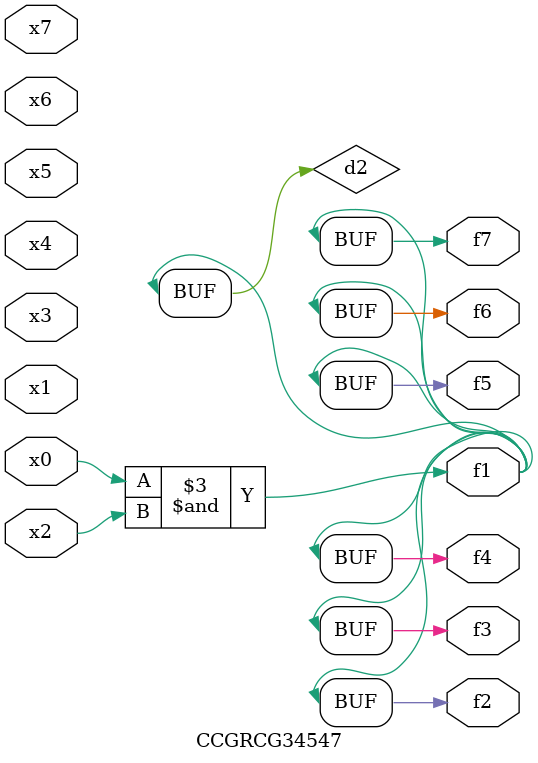
<source format=v>
module CCGRCG34547(
	input x0, x1, x2, x3, x4, x5, x6, x7,
	output f1, f2, f3, f4, f5, f6, f7
);

	wire d1, d2;

	nor (d1, x3, x6);
	and (d2, x0, x2);
	assign f1 = d2;
	assign f2 = d2;
	assign f3 = d2;
	assign f4 = d2;
	assign f5 = d2;
	assign f6 = d2;
	assign f7 = d2;
endmodule

</source>
